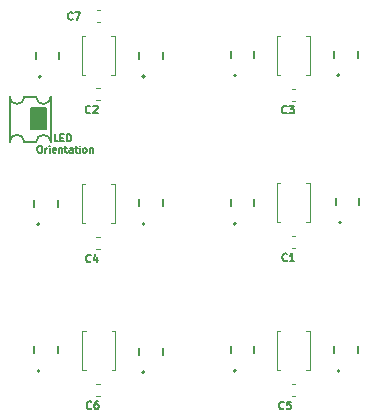
<source format=gbr>
%TF.GenerationSoftware,KiCad,Pcbnew,(5.99.0-11604-g878538abff)*%
%TF.CreationDate,2021-08-06T14:00:02+02:00*%
%TF.ProjectId,pixel-pump-ui-board,7375636b-6572-42d6-9f6e-652d75692d62,rev?*%
%TF.SameCoordinates,Original*%
%TF.FileFunction,Legend,Top*%
%TF.FilePolarity,Positive*%
%FSLAX46Y46*%
G04 Gerber Fmt 4.6, Leading zero omitted, Abs format (unit mm)*
G04 Created by KiCad (PCBNEW (5.99.0-11604-g878538abff)) date 2021-08-06 14:00:02*
%MOMM*%
%LPD*%
G01*
G04 APERTURE LIST*
%ADD10C,0.150000*%
%ADD11C,0.130000*%
%ADD12C,0.127000*%
%ADD13C,0.200000*%
%ADD14C,0.120000*%
G04 APERTURE END LIST*
D10*
X66154300Y-81470500D02*
G75*
G02*
X67398900Y-81470500I622300J0D01*
G01*
X69634100Y-77609700D02*
G75*
G02*
X68389500Y-77609700I-622300J0D01*
G01*
X68389500Y-81470500D02*
G75*
G02*
X69634100Y-81470500I622300J0D01*
G01*
X67398900Y-77609700D02*
G75*
G02*
X66154300Y-77609700I-622300J0D01*
G01*
X66154300Y-81470500D02*
X66154300Y-77609700D01*
X68389500Y-81470500D02*
X67398900Y-81470500D01*
X69634100Y-77609700D02*
X69634100Y-81470500D01*
X67995800Y-78613000D02*
X69240400Y-78613000D01*
X69240400Y-78613000D02*
X69240400Y-80314800D01*
X69240400Y-80314800D02*
X67995800Y-80314800D01*
X67995800Y-80314800D02*
X67995800Y-78613000D01*
G36*
X67995800Y-78613000D02*
G01*
X69240400Y-78613000D01*
X69240400Y-80314800D01*
X67995800Y-80314800D01*
X67995800Y-78613000D01*
G37*
X67373500Y-77609700D02*
X68389500Y-77609700D01*
X70251714Y-81398628D02*
X69966000Y-81398628D01*
X69966000Y-80798628D01*
X70451714Y-81084342D02*
X70651714Y-81084342D01*
X70737428Y-81398628D02*
X70451714Y-81398628D01*
X70451714Y-80798628D01*
X70737428Y-80798628D01*
X70994571Y-81398628D02*
X70994571Y-80798628D01*
X71137428Y-80798628D01*
X71223142Y-80827200D01*
X71280285Y-80884342D01*
X71308857Y-80941485D01*
X71337428Y-81055771D01*
X71337428Y-81141485D01*
X71308857Y-81255771D01*
X71280285Y-81312914D01*
X71223142Y-81370057D01*
X71137428Y-81398628D01*
X70994571Y-81398628D01*
X68651714Y-81764628D02*
X68766000Y-81764628D01*
X68823142Y-81793200D01*
X68880285Y-81850342D01*
X68908857Y-81964628D01*
X68908857Y-82164628D01*
X68880285Y-82278914D01*
X68823142Y-82336057D01*
X68766000Y-82364628D01*
X68651714Y-82364628D01*
X68594571Y-82336057D01*
X68537428Y-82278914D01*
X68508857Y-82164628D01*
X68508857Y-81964628D01*
X68537428Y-81850342D01*
X68594571Y-81793200D01*
X68651714Y-81764628D01*
X69166000Y-82364628D02*
X69166000Y-81964628D01*
X69166000Y-82078914D02*
X69194571Y-82021771D01*
X69223142Y-81993200D01*
X69280285Y-81964628D01*
X69337428Y-81964628D01*
X69537428Y-82364628D02*
X69537428Y-81964628D01*
X69537428Y-81764628D02*
X69508857Y-81793200D01*
X69537428Y-81821771D01*
X69566000Y-81793200D01*
X69537428Y-81764628D01*
X69537428Y-81821771D01*
X70051714Y-82336057D02*
X69994571Y-82364628D01*
X69880285Y-82364628D01*
X69823142Y-82336057D01*
X69794571Y-82278914D01*
X69794571Y-82050342D01*
X69823142Y-81993200D01*
X69880285Y-81964628D01*
X69994571Y-81964628D01*
X70051714Y-81993200D01*
X70080285Y-82050342D01*
X70080285Y-82107485D01*
X69794571Y-82164628D01*
X70337428Y-81964628D02*
X70337428Y-82364628D01*
X70337428Y-82021771D02*
X70366000Y-81993200D01*
X70423142Y-81964628D01*
X70508857Y-81964628D01*
X70566000Y-81993200D01*
X70594571Y-82050342D01*
X70594571Y-82364628D01*
X70794571Y-81964628D02*
X71023142Y-81964628D01*
X70880285Y-81764628D02*
X70880285Y-82278914D01*
X70908857Y-82336057D01*
X70966000Y-82364628D01*
X71023142Y-82364628D01*
X71480285Y-82364628D02*
X71480285Y-82050342D01*
X71451714Y-81993200D01*
X71394571Y-81964628D01*
X71280285Y-81964628D01*
X71223142Y-81993200D01*
X71480285Y-82336057D02*
X71423142Y-82364628D01*
X71280285Y-82364628D01*
X71223142Y-82336057D01*
X71194571Y-82278914D01*
X71194571Y-82221771D01*
X71223142Y-82164628D01*
X71280285Y-82136057D01*
X71423142Y-82136057D01*
X71480285Y-82107485D01*
X71680285Y-81964628D02*
X71908857Y-81964628D01*
X71766000Y-81764628D02*
X71766000Y-82278914D01*
X71794571Y-82336057D01*
X71851714Y-82364628D01*
X71908857Y-82364628D01*
X72108857Y-82364628D02*
X72108857Y-81964628D01*
X72108857Y-81764628D02*
X72080285Y-81793200D01*
X72108857Y-81821771D01*
X72137428Y-81793200D01*
X72108857Y-81764628D01*
X72108857Y-81821771D01*
X72480285Y-82364628D02*
X72423142Y-82336057D01*
X72394571Y-82307485D01*
X72366000Y-82250342D01*
X72366000Y-82078914D01*
X72394571Y-82021771D01*
X72423142Y-81993200D01*
X72480285Y-81964628D01*
X72566000Y-81964628D01*
X72623142Y-81993200D01*
X72651714Y-82021771D01*
X72680285Y-82078914D01*
X72680285Y-82250342D01*
X72651714Y-82307485D01*
X72623142Y-82336057D01*
X72566000Y-82364628D01*
X72480285Y-82364628D01*
X72937428Y-81964628D02*
X72937428Y-82364628D01*
X72937428Y-82021771D02*
X72966000Y-81993200D01*
X73023142Y-81964628D01*
X73108857Y-81964628D01*
X73166000Y-81993200D01*
X73194571Y-82050342D01*
X73194571Y-82364628D01*
D11*
%TO.C,C4*%
X73018266Y-91570542D02*
X72987314Y-91601495D01*
X72894457Y-91632447D01*
X72832552Y-91632447D01*
X72739695Y-91601495D01*
X72677790Y-91539590D01*
X72646838Y-91477685D01*
X72615885Y-91353876D01*
X72615885Y-91261019D01*
X72646838Y-91137209D01*
X72677790Y-91075304D01*
X72739695Y-91013400D01*
X72832552Y-90982447D01*
X72894457Y-90982447D01*
X72987314Y-91013400D01*
X73018266Y-91044352D01*
X73575409Y-91199114D02*
X73575409Y-91632447D01*
X73420647Y-90951495D02*
X73265885Y-91415780D01*
X73668266Y-91415780D01*
%TO.C,C5*%
X89350466Y-104016542D02*
X89319514Y-104047495D01*
X89226657Y-104078447D01*
X89164752Y-104078447D01*
X89071895Y-104047495D01*
X89009990Y-103985590D01*
X88979038Y-103923685D01*
X88948085Y-103799876D01*
X88948085Y-103707019D01*
X88979038Y-103583209D01*
X89009990Y-103521304D01*
X89071895Y-103459400D01*
X89164752Y-103428447D01*
X89226657Y-103428447D01*
X89319514Y-103459400D01*
X89350466Y-103490352D01*
X89938561Y-103428447D02*
X89629038Y-103428447D01*
X89598085Y-103737971D01*
X89629038Y-103707019D01*
X89690942Y-103676066D01*
X89845704Y-103676066D01*
X89907609Y-103707019D01*
X89938561Y-103737971D01*
X89969514Y-103799876D01*
X89969514Y-103954638D01*
X89938561Y-104016542D01*
X89907609Y-104047495D01*
X89845704Y-104078447D01*
X89690942Y-104078447D01*
X89629038Y-104047495D01*
X89598085Y-104016542D01*
%TO.C,C6*%
X73069066Y-103991142D02*
X73038114Y-104022095D01*
X72945257Y-104053047D01*
X72883352Y-104053047D01*
X72790495Y-104022095D01*
X72728590Y-103960190D01*
X72697638Y-103898285D01*
X72666685Y-103774476D01*
X72666685Y-103681619D01*
X72697638Y-103557809D01*
X72728590Y-103495904D01*
X72790495Y-103434000D01*
X72883352Y-103403047D01*
X72945257Y-103403047D01*
X73038114Y-103434000D01*
X73069066Y-103464952D01*
X73626209Y-103403047D02*
X73502400Y-103403047D01*
X73440495Y-103434000D01*
X73409542Y-103464952D01*
X73347638Y-103557809D01*
X73316685Y-103681619D01*
X73316685Y-103929238D01*
X73347638Y-103991142D01*
X73378590Y-104022095D01*
X73440495Y-104053047D01*
X73564304Y-104053047D01*
X73626209Y-104022095D01*
X73657161Y-103991142D01*
X73688114Y-103929238D01*
X73688114Y-103774476D01*
X73657161Y-103712571D01*
X73626209Y-103681619D01*
X73564304Y-103650666D01*
X73440495Y-103650666D01*
X73378590Y-103681619D01*
X73347638Y-103712571D01*
X73316685Y-103774476D01*
%TO.C,C2*%
X72992866Y-78972142D02*
X72961914Y-79003095D01*
X72869057Y-79034047D01*
X72807152Y-79034047D01*
X72714295Y-79003095D01*
X72652390Y-78941190D01*
X72621438Y-78879285D01*
X72590485Y-78755476D01*
X72590485Y-78662619D01*
X72621438Y-78538809D01*
X72652390Y-78476904D01*
X72714295Y-78415000D01*
X72807152Y-78384047D01*
X72869057Y-78384047D01*
X72961914Y-78415000D01*
X72992866Y-78445952D01*
X73240485Y-78445952D02*
X73271438Y-78415000D01*
X73333342Y-78384047D01*
X73488104Y-78384047D01*
X73550009Y-78415000D01*
X73580961Y-78445952D01*
X73611914Y-78507857D01*
X73611914Y-78569761D01*
X73580961Y-78662619D01*
X73209533Y-79034047D01*
X73611914Y-79034047D01*
%TO.C,C7*%
X71494266Y-71047342D02*
X71463314Y-71078295D01*
X71370457Y-71109247D01*
X71308552Y-71109247D01*
X71215695Y-71078295D01*
X71153790Y-71016390D01*
X71122838Y-70954485D01*
X71091885Y-70830676D01*
X71091885Y-70737819D01*
X71122838Y-70614009D01*
X71153790Y-70552104D01*
X71215695Y-70490200D01*
X71308552Y-70459247D01*
X71370457Y-70459247D01*
X71463314Y-70490200D01*
X71494266Y-70521152D01*
X71710933Y-70459247D02*
X72144266Y-70459247D01*
X71865695Y-71109247D01*
%TO.C,C3*%
X89604466Y-78972142D02*
X89573514Y-79003095D01*
X89480657Y-79034047D01*
X89418752Y-79034047D01*
X89325895Y-79003095D01*
X89263990Y-78941190D01*
X89233038Y-78879285D01*
X89202085Y-78755476D01*
X89202085Y-78662619D01*
X89233038Y-78538809D01*
X89263990Y-78476904D01*
X89325895Y-78415000D01*
X89418752Y-78384047D01*
X89480657Y-78384047D01*
X89573514Y-78415000D01*
X89604466Y-78445952D01*
X89821133Y-78384047D02*
X90223514Y-78384047D01*
X90006847Y-78631666D01*
X90099704Y-78631666D01*
X90161609Y-78662619D01*
X90192561Y-78693571D01*
X90223514Y-78755476D01*
X90223514Y-78910238D01*
X90192561Y-78972142D01*
X90161609Y-79003095D01*
X90099704Y-79034047D01*
X89913990Y-79034047D01*
X89852085Y-79003095D01*
X89821133Y-78972142D01*
%TO.C,C1*%
X89629866Y-91468942D02*
X89598914Y-91499895D01*
X89506057Y-91530847D01*
X89444152Y-91530847D01*
X89351295Y-91499895D01*
X89289390Y-91437990D01*
X89258438Y-91376085D01*
X89227485Y-91252276D01*
X89227485Y-91159419D01*
X89258438Y-91035609D01*
X89289390Y-90973704D01*
X89351295Y-90911800D01*
X89444152Y-90880847D01*
X89506057Y-90880847D01*
X89598914Y-90911800D01*
X89629866Y-90942752D01*
X90248914Y-91530847D02*
X89877485Y-91530847D01*
X90063200Y-91530847D02*
X90063200Y-90880847D01*
X90001295Y-90973704D01*
X89939390Y-91035609D01*
X89877485Y-91066561D01*
D12*
%TO.C,U6*%
X77105000Y-99487000D02*
X77105000Y-98887000D01*
X79105000Y-99487000D02*
X79105000Y-98887000D01*
D13*
X77577956Y-100957000D02*
G75*
G03*
X77577956Y-100957000I-102956J0D01*
G01*
D14*
%TO.C,C4*%
X73494020Y-89456800D02*
X73775180Y-89456800D01*
X73494020Y-90476800D02*
X73775180Y-90476800D01*
D12*
%TO.C,U5*%
X79105000Y-86914000D02*
X79105000Y-86314000D01*
X77105000Y-86914000D02*
X77105000Y-86314000D01*
D13*
X77577956Y-88384000D02*
G75*
G03*
X77577956Y-88384000I-102956J0D01*
G01*
D12*
%TO.C,U8*%
X86852000Y-86914000D02*
X86852000Y-86314000D01*
X84852000Y-86914000D02*
X84852000Y-86314000D01*
D13*
X85324956Y-88384000D02*
G75*
G03*
X85324956Y-88384000I-102956J0D01*
G01*
D12*
%TO.C,U2*%
X70215000Y-86951522D02*
X70215000Y-86351522D01*
X68215000Y-86951522D02*
X68215000Y-86351522D01*
D13*
X68687956Y-88421522D02*
G75*
G03*
X68687956Y-88421522I-102956J0D01*
G01*
D14*
%TO.C,C5*%
X90029420Y-102948200D02*
X90310580Y-102948200D01*
X90029420Y-101928200D02*
X90310580Y-101928200D01*
%TO.C,SW1*%
X75060000Y-72467200D02*
X74760000Y-72467200D01*
X72260000Y-72467200D02*
X72560000Y-72467200D01*
X75060000Y-75767200D02*
X75060000Y-72467200D01*
X72560000Y-75767200D02*
X72260000Y-75767200D01*
X74760000Y-75767200D02*
X75060000Y-75767200D01*
X72260000Y-75767200D02*
X72260000Y-72467200D01*
%TO.C,SW5*%
X91570000Y-72492600D02*
X91270000Y-72492600D01*
X88770000Y-75792600D02*
X88770000Y-72492600D01*
X91270000Y-75792600D02*
X91570000Y-75792600D01*
X88770000Y-72492600D02*
X89070000Y-72492600D01*
X91570000Y-75792600D02*
X91570000Y-72492600D01*
X89070000Y-75792600D02*
X88770000Y-75792600D01*
D12*
%TO.C,U10*%
X93615000Y-74341000D02*
X93615000Y-73741000D01*
X95615000Y-74341000D02*
X95615000Y-73741000D01*
D13*
X94087956Y-75811000D02*
G75*
G03*
X94087956Y-75811000I-102956J0D01*
G01*
D14*
%TO.C,C6*%
X73494020Y-101928200D02*
X73775180Y-101928200D01*
X73494020Y-102948200D02*
X73775180Y-102948200D01*
%TO.C,C2*%
X73494020Y-77929200D02*
X73775180Y-77929200D01*
X73494020Y-76909200D02*
X73775180Y-76909200D01*
D12*
%TO.C,U4*%
X79105000Y-74430478D02*
X79105000Y-73830478D01*
X77105000Y-74430478D02*
X77105000Y-73830478D01*
D13*
X77577956Y-75900478D02*
G75*
G03*
X77577956Y-75900478I-102956J0D01*
G01*
D12*
%TO.C,U11*%
X93742000Y-86787000D02*
X93742000Y-86187000D01*
X95742000Y-86787000D02*
X95742000Y-86187000D01*
D13*
X94214956Y-88257000D02*
G75*
G03*
X94214956Y-88257000I-102956J0D01*
G01*
D12*
%TO.C,U9*%
X86852000Y-99360000D02*
X86852000Y-98760000D01*
X84852000Y-99360000D02*
X84852000Y-98760000D01*
D13*
X85324956Y-100830000D02*
G75*
G03*
X85324956Y-100830000I-102956J0D01*
G01*
D12*
%TO.C,U7*%
X86852000Y-74341000D02*
X86852000Y-73741000D01*
X84852000Y-74341000D02*
X84852000Y-73741000D01*
D13*
X85324956Y-75811000D02*
G75*
G03*
X85324956Y-75811000I-102956J0D01*
G01*
D14*
%TO.C,C7*%
X73544820Y-70305200D02*
X73825980Y-70305200D01*
X73544820Y-71325200D02*
X73825980Y-71325200D01*
%TO.C,SW4*%
X88770000Y-97486200D02*
X89070000Y-97486200D01*
X91270000Y-100786200D02*
X91570000Y-100786200D01*
X89070000Y-100786200D02*
X88770000Y-100786200D01*
X91570000Y-100786200D02*
X91570000Y-97486200D01*
X88770000Y-100786200D02*
X88770000Y-97486200D01*
X91570000Y-97486200D02*
X91270000Y-97486200D01*
%TO.C,SW3*%
X72285400Y-97486200D02*
X72585400Y-97486200D01*
X75085400Y-100786200D02*
X75085400Y-97486200D01*
X75085400Y-97486200D02*
X74785400Y-97486200D01*
X72285400Y-100786200D02*
X72285400Y-97486200D01*
X74785400Y-100786200D02*
X75085400Y-100786200D01*
X72585400Y-100786200D02*
X72285400Y-100786200D01*
D12*
%TO.C,U3*%
X70215000Y-99360000D02*
X70215000Y-98760000D01*
X68215000Y-99360000D02*
X68215000Y-98760000D01*
D13*
X68687956Y-100830000D02*
G75*
G03*
X68687956Y-100830000I-102956J0D01*
G01*
D14*
%TO.C,C3*%
X90029420Y-77954600D02*
X90310580Y-77954600D01*
X90029420Y-76934600D02*
X90310580Y-76934600D01*
D12*
%TO.C,U12*%
X95615000Y-99360000D02*
X95615000Y-98760000D01*
X93615000Y-99360000D02*
X93615000Y-98760000D01*
D13*
X94087956Y-100830000D02*
G75*
G03*
X94087956Y-100830000I-102956J0D01*
G01*
D14*
%TO.C,C1*%
X90054820Y-90426000D02*
X90335980Y-90426000D01*
X90054820Y-89406000D02*
X90335980Y-89406000D01*
%TO.C,SW2*%
X72560000Y-88289400D02*
X72260000Y-88289400D01*
X72260000Y-84989400D02*
X72560000Y-84989400D01*
X74760000Y-88289400D02*
X75060000Y-88289400D01*
X75060000Y-84989400D02*
X74760000Y-84989400D01*
X72260000Y-88289400D02*
X72260000Y-84989400D01*
X75060000Y-88289400D02*
X75060000Y-84989400D01*
D12*
%TO.C,U1*%
X68342000Y-74468000D02*
X68342000Y-73868000D01*
X70342000Y-74468000D02*
X70342000Y-73868000D01*
D13*
X68814956Y-75938000D02*
G75*
G03*
X68814956Y-75938000I-102956J0D01*
G01*
D14*
%TO.C,SW6*%
X91570000Y-84964000D02*
X91270000Y-84964000D01*
X91270000Y-88264000D02*
X91570000Y-88264000D01*
X91570000Y-88264000D02*
X91570000Y-84964000D01*
X89070000Y-88264000D02*
X88770000Y-88264000D01*
X88770000Y-88264000D02*
X88770000Y-84964000D01*
X88770000Y-84964000D02*
X89070000Y-84964000D01*
%TD*%
M02*

</source>
